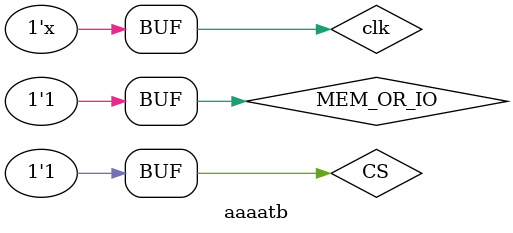
<source format=v>
module aaaatb();
	wire [7:0] addressDMA;
	wire [15:0] address;
	wire  [7:0] data;
	wire  [15:0] bus;
	reg clk = 0;
        wire reset , HLDA ;
	wire DREQ ;
	reg MEM_OR_IO = 1; // 0: MEM is source 1: IO is source in IO/MEM Op
	wire MEM_TO_MEM;   // 1 if mem to mem op
	wire MEMR, MEMW, CS, HREQ, ADSTB, READY, READY_IO, IOR, IOW, demandEnd;
	wire DACK;
	wire [1:0]AEN;
	wire IOWP,MEMWP,IORP,MEMRP;
	wire DMA_OUT,DMA_IN;
	wire reqP,reqD,reqR,gntP,gntD,gntR;
	wire[7:0] a,d;
	assign CS = 1;
  	assign address[15:8] = (AEN==1)?data:8'bz;

						// AEN=1 : address and data are given from DMA
	                                         // AEN=2 : address from DMA and data from RAM
						   // AEN=3 : data is given from IO device
	DMA dma(bus,clk,reset,HLDA,READY,DREQ,MEMR,
					MEMW,DACK,HREQ,AEN,DMA_IN,IOR ,IOW,gntD,reqD);

	virtual_8085 pci_8085( clk,bus,reset,IOR,IOW,HLDA,DREQ,HREQ,DMA_IN,AEN,gntP,reqP);
	RAM ram(clk,MEMW,MEMR,AEN,bus,READY,gntR,reqR);
	ARBITRER arb (clk,reqP,reqD,reqR,gntP,gntD,gntR,AEN);
	
	
/*initial
begin
1reset <= 1;
2a[7:4] <= 4'b0110;
#5
3reset <= 0;
4DMA_IN <= 1;
5DREQ <= 0;
6a <= 0;
d <= 1;
#10
7a <= 0;
d <= 0;
#10
8a <= 1;
d <= 3;
#10
9a <= 1;
d <= 0;
#10
10a <= 8;
d <= 2;
#10
11a <= 11;
d <= 8'b10000000;
#10
12DREQ[0] <= 1;
#10
HLDA <= 1;
#30
13DREQ[0] <= 0;
14DMA_IN <= 0;

end*/
always
begin
#5
clk=~clk;
end
endmodule



</source>
